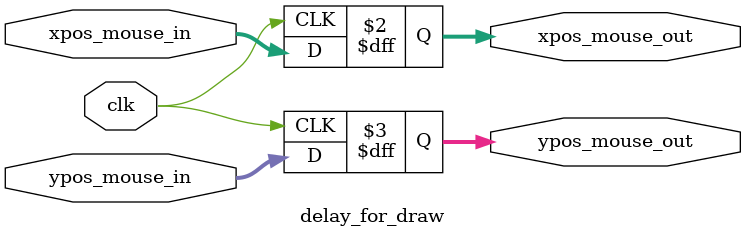
<source format=v>
`timescale 1ns / 1ps
/*
Authors:
Orze³ £ukasz
wiebocki Jakub
*/

module delay_for_draw(
    input wire clk,
    input wire [11:0] xpos_mouse_in,
    input wire [11:0] ypos_mouse_in,
    
    output reg [11:0] xpos_mouse_out,
    output reg [11:0] ypos_mouse_out
);
    
always @(posedge clk) begin
    xpos_mouse_out <= xpos_mouse_in;
    ypos_mouse_out <= ypos_mouse_in;
end

endmodule

</source>
